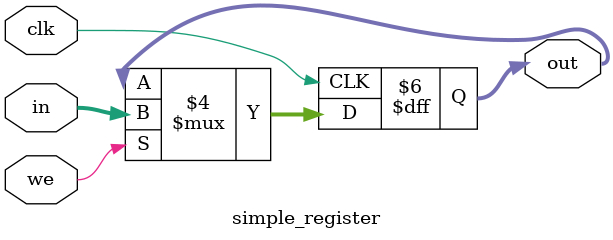
<source format=v>
module simple_register #(parameter W=8)(
	input clk, we,
	input [W-1:0] in,
	output reg [W-1:0] out
);

initial begin 
		out<=0;
end

	always@(posedge clk) begin
		if (we==1'b1)
		
			out<=in;
	end
endmodule


</source>
